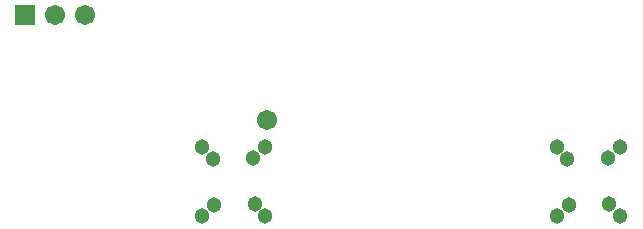
<source format=gts>
G04*
G04 #@! TF.GenerationSoftware,Altium Limited,Altium Designer,21.0.8 (223)*
G04*
G04 Layer_Color=8388736*
%FSLAX25Y25*%
%MOIN*%
G70*
G04*
G04 #@! TF.SameCoordinates,8BDFEA7E-33B9-40F2-A198-A1E5764946FA*
G04*
G04*
G04 #@! TF.FilePolarity,Negative*
G04*
G01*
G75*
%ADD12C,0.06706*%
%ADD13R,0.06706X0.06706*%
%ADD14C,0.05131*%
D12*
X-18500Y10000D02*
D03*
X-79000Y45000D02*
D03*
X-89000D02*
D03*
D13*
X-99000D02*
D03*
D14*
X99110Y1000D02*
D03*
X78055D02*
D03*
Y-21866D02*
D03*
X99110D02*
D03*
X81610Y-3000D02*
D03*
X95110Y-2555D02*
D03*
X95555Y-17866D02*
D03*
X82055Y-18311D02*
D03*
X-36055D02*
D03*
X-22555Y-17866D02*
D03*
X-23000Y-2555D02*
D03*
X-36500Y-3000D02*
D03*
X-19000Y-21866D02*
D03*
X-40055D02*
D03*
Y1000D02*
D03*
X-19000D02*
D03*
M02*

</source>
